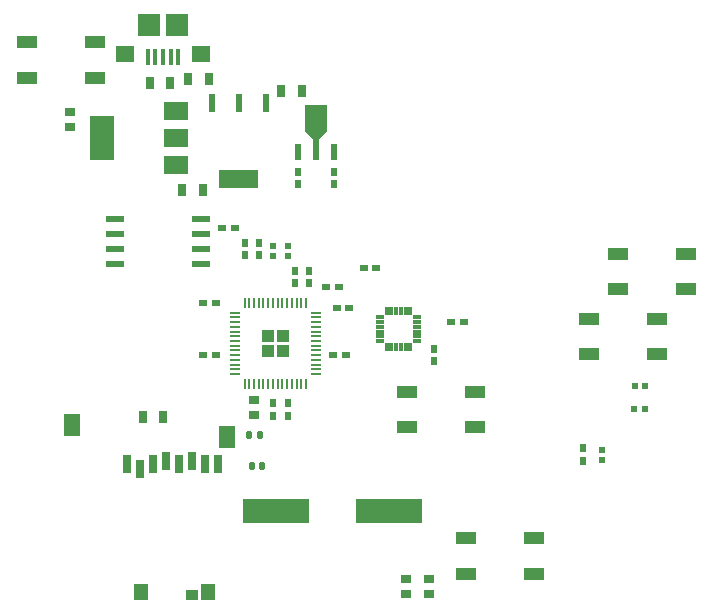
<source format=gbr>
%TF.GenerationSoftware,KiCad,Pcbnew,7.0.1*%
%TF.CreationDate,2023-05-22T19:39:57-04:00*%
%TF.ProjectId,Drone_PCB,44726f6e-655f-4504-9342-2e6b69636164,rev?*%
%TF.SameCoordinates,Original*%
%TF.FileFunction,Paste,Top*%
%TF.FilePolarity,Positive*%
%FSLAX46Y46*%
G04 Gerber Fmt 4.6, Leading zero omitted, Abs format (unit mm)*
G04 Created by KiCad (PCBNEW 7.0.1) date 2023-05-22 19:39:57*
%MOMM*%
%LPD*%
G01*
G04 APERTURE LIST*
G04 Aperture macros list*
%AMRoundRect*
0 Rectangle with rounded corners*
0 $1 Rounding radius*
0 $2 $3 $4 $5 $6 $7 $8 $9 X,Y pos of 4 corners*
0 Add a 4 corners polygon primitive as box body*
4,1,4,$2,$3,$4,$5,$6,$7,$8,$9,$2,$3,0*
0 Add four circle primitives for the rounded corners*
1,1,$1+$1,$2,$3*
1,1,$1+$1,$4,$5*
1,1,$1+$1,$6,$7*
1,1,$1+$1,$8,$9*
0 Add four rect primitives between the rounded corners*
20,1,$1+$1,$2,$3,$4,$5,0*
20,1,$1+$1,$4,$5,$6,$7,0*
20,1,$1+$1,$6,$7,$8,$9,0*
20,1,$1+$1,$8,$9,$2,$3,0*%
G04 Aperture macros list end*
%ADD10R,0.558800X0.711200*%
%ADD11RoundRect,0.250000X-0.292217X-0.292217X0.292217X-0.292217X0.292217X0.292217X-0.292217X0.292217X0*%
%ADD12RoundRect,0.050000X-0.387500X-0.050000X0.387500X-0.050000X0.387500X0.050000X-0.387500X0.050000X0*%
%ADD13RoundRect,0.050000X-0.050000X-0.387500X0.050000X-0.387500X0.050000X0.387500X-0.050000X0.387500X0*%
%ADD14R,0.711200X0.558800*%
%ADD15R,0.762000X0.990600*%
%ADD16R,0.630000X0.560000*%
%ADD17R,0.900000X0.700000*%
%ADD18R,0.600000X0.590000*%
%ADD19RoundRect,0.075600X0.194400X-0.224400X0.194400X0.224400X-0.194400X0.224400X-0.194400X-0.224400X0*%
%ADD20R,0.482600X1.397000*%
%ADD21R,0.558800X1.397000*%
%ADD22R,0.609600X1.549400*%
%ADD23R,1.701800X0.990600*%
%ADD24R,0.540000X0.600000*%
%ADD25R,0.800000X1.500000*%
%ADD26R,1.000000X0.950000*%
%ADD27R,1.300000X1.400000*%
%ADD28R,1.400000X1.900000*%
%ADD29RoundRect,0.006600X0.103400X-0.313400X0.103400X0.313400X-0.103400X0.313400X-0.103400X-0.313400X0*%
%ADD30RoundRect,0.006600X0.313400X0.103400X-0.313400X0.103400X-0.313400X-0.103400X0.313400X-0.103400X0*%
%ADD31RoundRect,0.006600X-0.103400X0.313400X-0.103400X-0.313400X0.103400X-0.313400X0.103400X0.313400X0*%
%ADD32RoundRect,0.006600X-0.313400X-0.103400X0.313400X-0.103400X0.313400X0.103400X-0.313400X0.103400X0*%
%ADD33R,5.600000X2.100000*%
%ADD34R,2.000000X1.500000*%
%ADD35R,2.000000X3.800000*%
%ADD36R,0.400000X1.350000*%
%ADD37R,1.600000X1.400000*%
%ADD38R,1.900000X1.900000*%
%ADD39R,1.524000X0.533400*%
G04 APERTURE END LIST*
%TO.C,U4*%
G36*
X196714400Y-77304800D02*
G01*
X196079400Y-77939800D01*
X196079400Y-78295400D01*
X195520600Y-78295400D01*
X195520600Y-77939800D01*
X194885600Y-77304800D01*
X194885600Y-75044200D01*
X196714400Y-75044200D01*
X196714400Y-77304800D01*
G37*
%TO.C,U7*%
G36*
X190889600Y-82075400D02*
G01*
X187638400Y-82075400D01*
X187638400Y-80526000D01*
X190889600Y-80526000D01*
X190889600Y-82075400D01*
G37*
%TD*%
D10*
%TO.C,C13*%
X194000000Y-90120700D03*
X194000000Y-89079300D03*
%TD*%
D11*
%TO.C,U1*%
X191725000Y-94562500D03*
X191725000Y-95837500D03*
X193000000Y-94562500D03*
X193000000Y-95837500D03*
D12*
X188925000Y-92600000D03*
X188925000Y-93000000D03*
X188925000Y-93400000D03*
X188925000Y-93800000D03*
X188925000Y-94200000D03*
X188925000Y-94600000D03*
X188925000Y-95000000D03*
X188925000Y-95400000D03*
X188925000Y-95800000D03*
X188925000Y-96200000D03*
X188925000Y-96600000D03*
X188925000Y-97000000D03*
X188925000Y-97400000D03*
X188925000Y-97800000D03*
D13*
X189762500Y-98637500D03*
X190162500Y-98637500D03*
X190562500Y-98637500D03*
X190962500Y-98637500D03*
X191362500Y-98637500D03*
X191762500Y-98637500D03*
X192162500Y-98637500D03*
X192562500Y-98637500D03*
X192962500Y-98637500D03*
X193362500Y-98637500D03*
X193762500Y-98637500D03*
X194162500Y-98637500D03*
X194562500Y-98637500D03*
X194962500Y-98637500D03*
D12*
X195800000Y-97800000D03*
X195800000Y-97400000D03*
X195800000Y-97000000D03*
X195800000Y-96600000D03*
X195800000Y-96200000D03*
X195800000Y-95800000D03*
X195800000Y-95400000D03*
X195800000Y-95000000D03*
X195800000Y-94600000D03*
X195800000Y-94200000D03*
X195800000Y-93800000D03*
X195800000Y-93400000D03*
X195800000Y-93000000D03*
X195800000Y-92600000D03*
D13*
X194962500Y-91762500D03*
X194562500Y-91762500D03*
X194162500Y-91762500D03*
X193762500Y-91762500D03*
X193362500Y-91762500D03*
X192962500Y-91762500D03*
X192562500Y-91762500D03*
X192162500Y-91762500D03*
X191762500Y-91762500D03*
X191362500Y-91762500D03*
X190962500Y-91762500D03*
X190562500Y-91762500D03*
X190162500Y-91762500D03*
X189762500Y-91762500D03*
%TD*%
D10*
%TO.C,C25*%
X194295000Y-81714600D03*
X194295000Y-80673200D03*
%TD*%
D14*
%TO.C,C19*%
X186279300Y-96200000D03*
X187320700Y-96200000D03*
%TD*%
D15*
%TO.C,C11*%
X186752600Y-72800000D03*
X185000000Y-72800000D03*
%TD*%
D16*
%TO.C,C24*%
X220000000Y-104200000D03*
X220000000Y-105070000D03*
%TD*%
D17*
%TO.C,R3*%
X175000000Y-75600000D03*
X175000000Y-76900000D03*
%TD*%
D15*
%TO.C,C10*%
X181123700Y-101400000D03*
X182876300Y-101400000D03*
%TD*%
D18*
%TO.C,R2*%
X193400000Y-86980000D03*
X193400000Y-87820000D03*
%TD*%
D19*
%TO.C,C4*%
X190370000Y-105600000D03*
X191230000Y-105600000D03*
%TD*%
D14*
%TO.C,C22*%
X196679300Y-90400000D03*
X197720700Y-90400000D03*
%TD*%
D20*
%TO.C,U4*%
X194305000Y-78993900D03*
D21*
X195800000Y-78993900D03*
D20*
X197295000Y-78993900D03*
%TD*%
D19*
%TO.C,C5*%
X190170000Y-103000000D03*
X191030000Y-103000000D03*
%TD*%
D22*
%TO.C,U7*%
X191562700Y-74849100D03*
X189264000Y-74849100D03*
X186965300Y-74849100D03*
%TD*%
D23*
%TO.C,SW4*%
X218942500Y-93100000D03*
X224657500Y-93100000D03*
X218942500Y-96100000D03*
X224657500Y-96100000D03*
%TD*%
D24*
%TO.C,R12*%
X222800000Y-98800000D03*
X223664000Y-98800000D03*
%TD*%
D25*
%TO.C,J1*%
X179800000Y-105400000D03*
X180900000Y-105800000D03*
X182000000Y-105400000D03*
X183100000Y-105200000D03*
X184200000Y-105400000D03*
X185300000Y-105200000D03*
X186400000Y-105400000D03*
X187500000Y-105400000D03*
D26*
X185300000Y-116485000D03*
D27*
X186690000Y-116260000D03*
X180990000Y-116260000D03*
D28*
X175140000Y-102110000D03*
X188290000Y-103110000D03*
%TD*%
D29*
%TO.C,U3*%
X201800000Y-95545000D03*
X202200000Y-95545000D03*
X202600000Y-95545000D03*
X203000000Y-95545000D03*
X203400000Y-95545000D03*
X203800000Y-95545000D03*
D30*
X204345000Y-95000000D03*
X204345000Y-94600000D03*
X204345000Y-94200000D03*
X204345000Y-93800000D03*
X204345000Y-93400000D03*
X204345000Y-93000000D03*
D31*
X203800000Y-92455000D03*
X203400000Y-92455000D03*
X203000000Y-92455000D03*
X202600000Y-92455000D03*
X202200000Y-92455000D03*
X201800000Y-92455000D03*
D32*
X201255000Y-93000000D03*
X201255000Y-93400000D03*
X201255000Y-93800000D03*
X201255000Y-94200000D03*
X201255000Y-94600000D03*
X201255000Y-95000000D03*
%TD*%
D33*
%TO.C,Y1*%
X192450000Y-109400000D03*
X201950000Y-109400000D03*
%TD*%
D14*
%TO.C,C7*%
X200920700Y-88800000D03*
X199879300Y-88800000D03*
%TD*%
D23*
%TO.C,SW3*%
X208542500Y-111700000D03*
X214257500Y-111700000D03*
X208542500Y-114700000D03*
X214257500Y-114700000D03*
%TD*%
D14*
%TO.C,C17*%
X198320700Y-96200000D03*
X197279300Y-96200000D03*
%TD*%
D10*
%TO.C,C26*%
X197295000Y-81714600D03*
X197295000Y-80673200D03*
%TD*%
D14*
%TO.C,C3*%
X187879300Y-85400000D03*
X188920700Y-85400000D03*
%TD*%
D17*
%TO.C,R4*%
X190600000Y-100000000D03*
X190600000Y-101300000D03*
%TD*%
D14*
%TO.C,C8*%
X208320700Y-93400000D03*
X207279300Y-93400000D03*
%TD*%
D24*
%TO.C,R11*%
X222768000Y-100800000D03*
X223632000Y-100800000D03*
%TD*%
D10*
%TO.C,C9*%
X205800000Y-96720700D03*
X205800000Y-95679300D03*
%TD*%
D15*
%TO.C,C2*%
X186200000Y-82200000D03*
X184447400Y-82200000D03*
%TD*%
D10*
%TO.C,C16*%
X189800000Y-87720700D03*
X189800000Y-86679300D03*
%TD*%
D18*
%TO.C,R1*%
X192200000Y-86980000D03*
X192200000Y-87820000D03*
%TD*%
D10*
%TO.C,C15*%
X193400000Y-100279300D03*
X193400000Y-101320700D03*
%TD*%
D34*
%TO.C,U2*%
X183950000Y-80100000D03*
X183950000Y-77800000D03*
X183950000Y-75500000D03*
D35*
X177650000Y-77800000D03*
%TD*%
D10*
%TO.C,C6*%
X218400000Y-104079300D03*
X218400000Y-105120700D03*
%TD*%
D23*
%TO.C,SW1*%
X177057500Y-72700000D03*
X171342500Y-72700000D03*
X177057500Y-69700000D03*
X171342500Y-69700000D03*
%TD*%
D36*
%TO.C,J2*%
X184164000Y-70949900D03*
X183514000Y-70949900D03*
X182864000Y-70949900D03*
X182214000Y-70949900D03*
X181564000Y-70949900D03*
D37*
X186064000Y-70724900D03*
X179664000Y-70724900D03*
D38*
X181664000Y-68274900D03*
X184064000Y-68274900D03*
%TD*%
D17*
%TO.C,R10*%
X205400000Y-116450000D03*
X205400000Y-115150000D03*
%TD*%
D14*
%TO.C,C21*%
X197558600Y-92200000D03*
X198600000Y-92200000D03*
%TD*%
D23*
%TO.C,SW5*%
X221400000Y-87600000D03*
X227115000Y-87600000D03*
X221400000Y-90600000D03*
X227115000Y-90600000D03*
%TD*%
D10*
%TO.C,C20*%
X191000000Y-87720700D03*
X191000000Y-86679300D03*
%TD*%
D14*
%TO.C,C18*%
X186279300Y-91800000D03*
X187320700Y-91800000D03*
%TD*%
D10*
%TO.C,C23*%
X192200000Y-100279300D03*
X192200000Y-101320700D03*
%TD*%
D39*
%TO.C,U5*%
X178755100Y-84695000D03*
X178755100Y-85965000D03*
X178755100Y-87235000D03*
X178755100Y-88505000D03*
X186044900Y-88505000D03*
X186044900Y-87235000D03*
X186044900Y-85965000D03*
X186044900Y-84695000D03*
%TD*%
D17*
%TO.C,R9*%
X203400000Y-116450000D03*
X203400000Y-115150000D03*
%TD*%
D15*
%TO.C,C1*%
X183476300Y-73200000D03*
X181723700Y-73200000D03*
%TD*%
%TO.C,C12*%
X192847400Y-73800000D03*
X194600000Y-73800000D03*
%TD*%
D23*
%TO.C,SW2*%
X209257500Y-102300000D03*
X203542500Y-102300000D03*
X209257500Y-99300000D03*
X203542500Y-99300000D03*
%TD*%
D10*
%TO.C,C14*%
X195200000Y-90120700D03*
X195200000Y-89079300D03*
%TD*%
M02*

</source>
